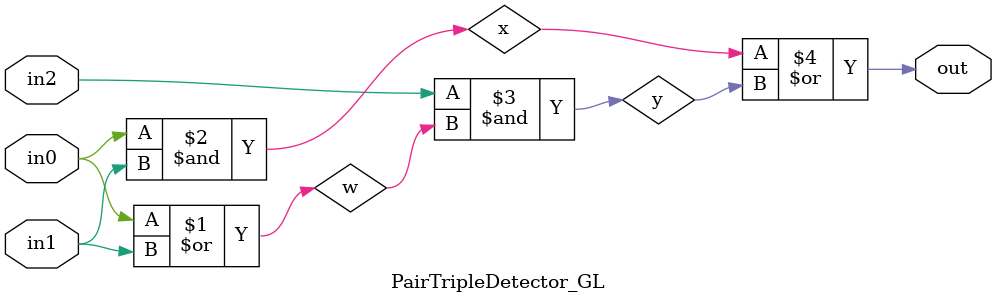
<source format=v>


`ifndef PAIR_TRIPLE_DETECTOR_GL_V
`define PAIR_TRIPLE_DETECTOR_GL_V

`include "ece2300-misc.v"

module PairTripleDetector_GL
(
  input  wire in0,
  input  wire in1,
  input  wire in2,
  output wire out
 );

  wire w;
  wire y;
  wire x;

  or( w, in0, in1 );
  and( x, in0, in1 );
  and( y, in2, w );
  or( out, x, y );

endmodule

`endif /* PAIR_TRIPLE_DETECTOR_GL_V */


</source>
